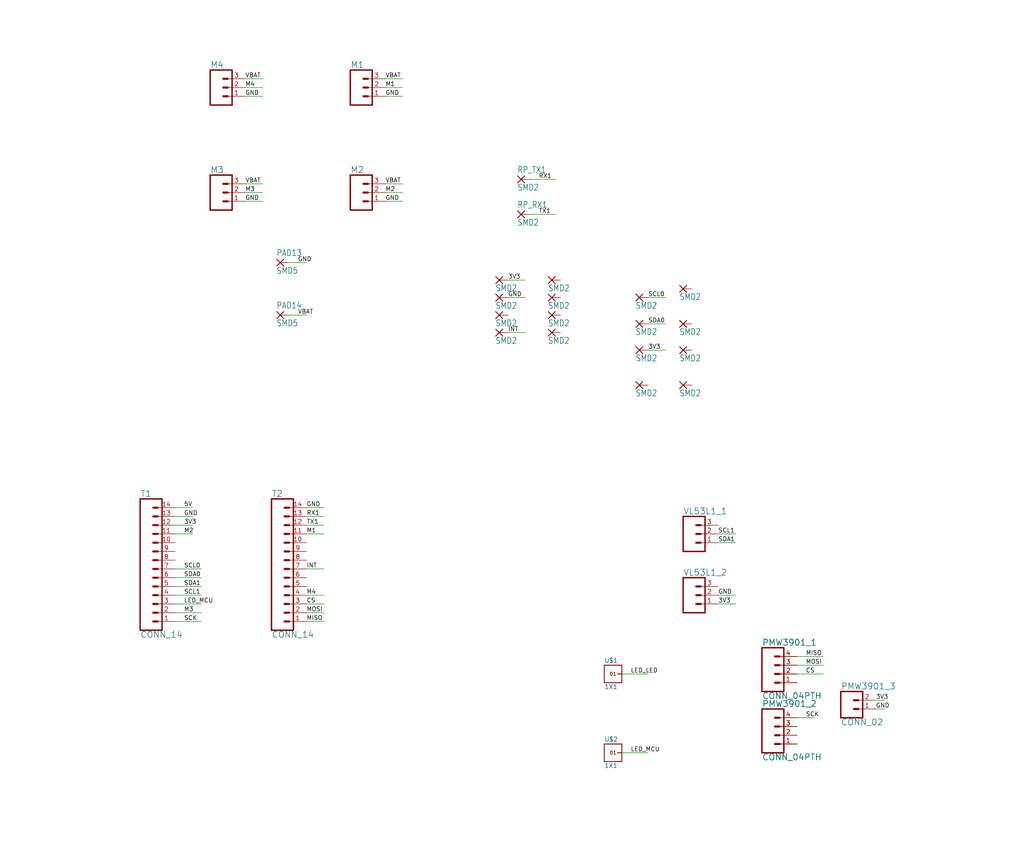
<source format=kicad_sch>
(kicad_sch (version 20250114) (generator "eeschema") (generator_version "9.0")
  (paper "User" 297.002 244.323)
  (lib_symbols
    (symbol "teensypi_v91-eagle-import:1X1"
      (property "Value" "1X1" (at -2.54 -4.445 0))
      (symbol "1X1_1_0"
        (polyline (pts (xy -2.54 2.54) (xy -2.54 -2.54)) (stroke (width 0.254)))
        (polyline (pts (xy -2.54 2.54) (xy 2.54 2.54)) (stroke (width 0.254)))
        (polyline (pts (xy -2.54 -2.54) (xy 2.54 -2.54)) (stroke (width 0.254)))
        (polyline (pts (xy 1.27 0) (xy 2.54 0)) (stroke (width 0.254)))
        (polyline (pts (xy 2.54 0) (xy 2.54 2.54)) (stroke (width 0.254)))
        (polyline (pts (xy 2.54 -2.54) (xy 2.54 0)) (stroke (width 0.254)))
        (text "01" (at 0 0 0) (effects (font (size 1.016 1.016))))
        (pin bidirectional line (at 2.54 0 180) (length 0) (name "1") (number "1"))
      )
    )
    (symbol "teensypi_v91-eagle-import:CONN_02"
      (property "Reference" "J" (at -2.54 5.588 0))
      (property "Value" "CONN_02" (at -2.54 -4.826 0))
      (symbol "CONN_02_1_0"
        (polyline (pts (xy -2.54 5.08) (xy -2.54 -2.54)) (stroke (width 0.4064)))
        (polyline (pts (xy -2.54 5.08) (xy 3.81 5.08)) (stroke (width 0.4064)))
        (polyline (pts (xy 1.27 2.54) (xy 2.54 2.54)) (stroke (width 0.6096)))
        (polyline (pts (xy 1.27 0) (xy 2.54 0)) (stroke (width 0.6096)))
        (polyline (pts (xy 3.81 -2.54) (xy -2.54 -2.54)) (stroke (width 0.4064)))
        (polyline (pts (xy 3.81 -2.54) (xy 3.81 5.08)) (stroke (width 0.4064)))
        (pin passive line (at 7.62 2.54 180) (length 5.08) (name "2") (number "2"))
        (pin passive line (at 7.62 0 180) (length 5.08) (name "1") (number "1"))
      )
    )
    (symbol "teensypi_v91-eagle-import:CONN_03"
      (property "Reference" "J" (at -2.54 5.588 0))
      (property "Value" "CONN_03" (at -2.54 -7.366 0))
      (symbol "CONN_03_1_0"
        (polyline (pts (xy -2.54 5.08) (xy -2.54 -5.08)) (stroke (width 0.4064)))
        (polyline (pts (xy -2.54 5.08) (xy 3.81 5.08)) (stroke (width 0.4064)))
        (polyline (pts (xy 1.27 2.54) (xy 2.54 2.54)) (stroke (width 0.6096)))
        (polyline (pts (xy 1.27 0) (xy 2.54 0)) (stroke (width 0.6096)))
        (polyline (pts (xy 1.27 -2.54) (xy 2.54 -2.54)) (stroke (width 0.6096)))
        (polyline (pts (xy 3.81 -5.08) (xy -2.54 -5.08)) (stroke (width 0.4064)))
        (polyline (pts (xy 3.81 -5.08) (xy 3.81 5.08)) (stroke (width 0.4064)))
        (pin passive line (at 7.62 2.54 180) (length 5.08) (name "3") (number "3"))
        (pin passive line (at 7.62 0 180) (length 5.08) (name "2") (number "2"))
        (pin passive line (at 7.62 -2.54 180) (length 5.08) (name "1") (number "1"))
      )
    )
    (symbol "teensypi_v91-eagle-import:CONN_04PTH"
      (property "Reference" "J" (at -5.08 8.128 0))
      (property "Value" "CONN_04PTH" (at -5.08 -7.366 0))
      (symbol "CONN_04PTH_1_0"
        (polyline (pts (xy -5.08 7.62) (xy -5.08 -5.08)) (stroke (width 0.4064)))
        (polyline (pts (xy -5.08 7.62) (xy 1.27 7.62)) (stroke (width 0.4064)))
        (polyline (pts (xy -1.27 5.08) (xy 0 5.08)) (stroke (width 0.6096)))
        (polyline (pts (xy -1.27 2.54) (xy 0 2.54)) (stroke (width 0.6096)))
        (polyline (pts (xy -1.27 0) (xy 0 0)) (stroke (width 0.6096)))
        (polyline (pts (xy -1.27 -2.54) (xy 0 -2.54)) (stroke (width 0.6096)))
        (polyline (pts (xy 1.27 -5.08) (xy -5.08 -5.08)) (stroke (width 0.4064)))
        (polyline (pts (xy 1.27 -5.08) (xy 1.27 7.62)) (stroke (width 0.4064)))
        (pin passive line (at 5.08 5.08 180) (length 5.08) (name "4") (number "4"))
        (pin passive line (at 5.08 2.54 180) (length 5.08) (name "3") (number "3"))
        (pin passive line (at 5.08 0 180) (length 5.08) (name "2") (number "2"))
        (pin passive line (at 5.08 -2.54 180) (length 5.08) (name "1") (number "1"))
      )
    )
    (symbol "teensypi_v91-eagle-import:CONN_14"
      (property "Reference" "J" (at 0 18.288 0))
      (property "Value" "CONN_14" (at 0 -22.606 0))
      (symbol "CONN_14_1_0"
        (polyline (pts (xy 0 17.78) (xy 0 -20.32)) (stroke (width 0.4064)))
        (polyline (pts (xy 0 17.78) (xy 6.35 17.78)) (stroke (width 0.4064)))
        (polyline (pts (xy 3.81 15.24) (xy 5.08 15.24)) (stroke (width 0.6096)))
        (polyline (pts (xy 3.81 12.7) (xy 5.08 12.7)) (stroke (width 0.6096)))
        (polyline (pts (xy 3.81 10.16) (xy 5.08 10.16)) (stroke (width 0.6096)))
        (polyline (pts (xy 3.81 7.62) (xy 5.08 7.62)) (stroke (width 0.6096)))
        (polyline (pts (xy 3.81 5.08) (xy 5.08 5.08)) (stroke (width 0.6096)))
        (polyline (pts (xy 3.81 2.54) (xy 5.08 2.54)) (stroke (width 0.6096)))
        (polyline (pts (xy 3.81 0) (xy 5.08 0)) (stroke (width 0.6096)))
        (polyline (pts (xy 3.81 -2.54) (xy 5.08 -2.54)) (stroke (width 0.6096)))
        (polyline (pts (xy 3.81 -5.08) (xy 5.08 -5.08)) (stroke (width 0.6096)))
        (polyline (pts (xy 3.81 -7.62) (xy 5.08 -7.62)) (stroke (width 0.6096)))
        (polyline (pts (xy 3.81 -10.16) (xy 5.08 -10.16)) (stroke (width 0.6096)))
        (polyline (pts (xy 3.81 -12.7) (xy 5.08 -12.7)) (stroke (width 0.6096)))
        (polyline (pts (xy 3.81 -15.24) (xy 5.08 -15.24)) (stroke (width 0.6096)))
        (polyline (pts (xy 3.81 -17.78) (xy 5.08 -17.78)) (stroke (width 0.6096)))
        (polyline (pts (xy 6.35 -20.32) (xy 0 -20.32)) (stroke (width 0.4064)))
        (polyline (pts (xy 6.35 -20.32) (xy 6.35 17.78)) (stroke (width 0.4064)))
        (pin passive line (at 10.16 15.24 180) (length 5.08) (name "14") (number "14"))
        (pin passive line (at 10.16 12.7 180) (length 5.08) (name "13") (number "13"))
        (pin passive line (at 10.16 10.16 180) (length 5.08) (name "12") (number "12"))
        (pin passive line (at 10.16 7.62 180) (length 5.08) (name "11") (number "11"))
        (pin passive line (at 10.16 5.08 180) (length 5.08) (name "10") (number "10"))
        (pin passive line (at 10.16 2.54 180) (length 5.08) (name "9") (number "9"))
        (pin passive line (at 10.16 0 180) (length 5.08) (name "8") (number "8"))
        (pin passive line (at 10.16 -2.54 180) (length 5.08) (name "7") (number "7"))
        (pin passive line (at 10.16 -5.08 180) (length 5.08) (name "6") (number "6"))
        (pin passive line (at 10.16 -7.62 180) (length 5.08) (name "5") (number "5"))
        (pin passive line (at 10.16 -10.16 180) (length 5.08) (name "4") (number "4"))
        (pin passive line (at 10.16 -12.7 180) (length 5.08) (name "3") (number "3"))
        (pin passive line (at 10.16 -15.24 180) (length 5.08) (name "2") (number "2"))
        (pin passive line (at 10.16 -17.78 180) (length 5.08) (name "1") (number "1"))
      )
    )
    (symbol "teensypi_v91-eagle-import:SMD2"
      (property "Reference" "PAD" (at -1.143 1.8542 0))
      (property "Value" "SMD2" (at -1.143 -3.302 0))
      (symbol "SMD2_1_0"
        (polyline (pts (xy -1.016 1.016) (xy 1.016 -1.016)) (stroke (width 0.254)))
        (polyline (pts (xy -1.016 -1.016) (xy 1.016 1.016)) (stroke (width 0.254)))
        (pin passive line (at 2.54 0 180) (length 2.54) (name "P") (number "1"))
      )
    )
    (symbol "teensypi_v91-eagle-import:SMD5"
      (property "Reference" "PAD" (at -1.143 1.8542 0))
      (property "Value" "SMD5" (at -1.143 -3.302 0))
      (symbol "SMD5_1_0"
        (polyline (pts (xy -1.016 1.016) (xy 1.016 -1.016)) (stroke (width 0.254)))
        (polyline (pts (xy -1.016 -1.016) (xy 1.016 1.016)) (stroke (width 0.254)))
        (pin passive line (at 2.54 0 180) (length 2.54) (name "P") (number "1"))
      )
    )
  )
  (wire (pts (xy 50.8 152.4) (xy 55.88 152.4)))
  (wire (pts (xy 88.9 180.34) (xy 93.98 180.34)))
  (wire (pts (xy 71.12 25.4) (xy 76.2 25.4)))
  (wire (pts (xy 50.8 165.1) (xy 58.42 165.1)))
  (wire (pts (xy 254 203.2) (xy 256.54 203.2)))
  (wire (pts (xy 50.8 172.72) (xy 58.42 172.72)))
  (wire (pts (xy 208.28 175.26) (xy 213.36 175.26)))
  (wire (pts (xy 111.76 25.4) (xy 116.84 25.4)))
  (wire (pts (xy 71.12 55.88) (xy 76.2 55.88)))
  (wire (pts (xy 147.32 81.28) (xy 152.4 81.28)))
  (wire (pts (xy 71.12 53.34) (xy 76.2 53.34)))
  (wire (pts (xy 71.12 27.94) (xy 76.2 27.94)))
  (wire (pts (xy 231.14 195.58) (xy 238.76 195.58)))
  (wire (pts (xy 187.96 86.36) (xy 193.04 86.36)))
  (wire (pts (xy 187.96 93.98) (xy 193.04 93.98)))
  (wire (pts (xy 88.9 152.4) (xy 93.98 152.4)))
  (wire (pts (xy 231.14 190.5) (xy 238.76 190.5)))
  (wire (pts (xy 254 205.74) (xy 256.54 205.74)))
  (wire (pts (xy 88.9 172.72) (xy 93.98 172.72)))
  (wire (pts (xy 83.82 76.2) (xy 88.9 76.2)))
  (wire (pts (xy 111.76 55.88) (xy 116.84 55.88)))
  (wire (pts (xy 208.28 172.72) (xy 213.36 172.72)))
  (wire (pts (xy 111.76 22.86) (xy 116.84 22.86)))
  (wire (pts (xy 50.8 154.94) (xy 55.88 154.94)))
  (wire (pts (xy 71.12 22.86) (xy 76.2 22.86)))
  (wire (pts (xy 180.34 218.44) (xy 187.96 218.44)))
  (wire (pts (xy 111.76 27.94) (xy 116.84 27.94)))
  (wire (pts (xy 50.8 175.26) (xy 58.42 175.26)))
  (wire (pts (xy 147.32 96.52) (xy 152.4 96.52)))
  (wire (pts (xy 111.76 58.42) (xy 116.84 58.42)))
  (wire (pts (xy 71.12 58.42) (xy 76.2 58.42)))
  (wire (pts (xy 50.8 177.8) (xy 58.42 177.8)))
  (wire (pts (xy 50.8 180.34) (xy 58.42 180.34)))
  (wire (pts (xy 50.8 149.86) (xy 55.88 149.86)))
  (wire (pts (xy 231.14 193.04) (xy 238.76 193.04)))
  (wire (pts (xy 83.82 91.44) (xy 88.9 91.44)))
  (wire (pts (xy 111.76 53.34) (xy 116.84 53.34)))
  (wire (pts (xy 50.8 147.32) (xy 55.88 147.32)))
  (wire (pts (xy 231.14 208.28) (xy 236.22 208.28)))
  (wire (pts (xy 88.9 165.1) (xy 93.98 165.1)))
  (wire (pts (xy 153.67 52.07) (xy 161.29 52.07)))
  (wire (pts (xy 88.9 177.8) (xy 93.98 177.8)))
  (wire (pts (xy 50.8 167.64) (xy 58.42 167.64)))
  (wire (pts (xy 88.9 154.94) (xy 93.98 154.94)))
  (wire (pts (xy 208.28 154.94) (xy 213.36 154.94)))
  (wire (pts (xy 187.96 101.6) (xy 193.04 101.6)))
  (wire (pts (xy 153.67 62.23) (xy 161.29 62.23)))
  (wire (pts (xy 88.9 175.26) (xy 93.98 175.26)))
  (wire (pts (xy 147.32 86.36) (xy 152.4 86.36)))
  (wire (pts (xy 88.9 149.86) (xy 93.98 149.86)))
  (wire (pts (xy 50.8 170.18) (xy 58.42 170.18)))
  (wire (pts (xy 88.9 147.32) (xy 93.98 147.32)))
  (wire (pts (xy 208.28 157.48) (xy 213.36 157.48)))
  (wire (pts (xy 180.34 195.58) (xy 187.96 195.58)))
  (label "SCL0" (at 53.34 165.1 0) (effects (font (size 1.2446 1.2446))))
  (label "MOSI" (at 88.9 177.8 0) (effects (font (size 1.2446 1.2446))))
  (label "GND" (at 111.76 58.42 0) (effects (font (size 1.2446 1.2446))))
  (label "3V3" (at 187.96 101.6 0) (effects (font (size 1.2446 1.2446))))
  (label "MISO" (at 233.68 190.5 0) (effects (font (size 1.2446 1.2446))))
  (label "GND" (at 254 205.74 0) (effects (font (size 1.2446 1.2446))))
  (label "LED_LED" (at 182.88 195.58 0) (effects (font (size 1.2446 1.2446))))
  (label "M1" (at 111.76 25.4 0) (effects (font (size 1.2446 1.2446))))
  (label "SDA1" (at 53.34 170.18 0) (effects (font (size 1.2446 1.2446))))
  (label "3V3" (at 208.28 175.26 0) (effects (font (size 1.2446 1.2446))))
  (label "LED_MCU" (at 53.34 175.26 0) (effects (font (size 1.2446 1.2446))))
  (label "GND" (at 86.36 76.2 0) (effects (font (size 1.2446 1.2446))))
  (label "VBAT" (at 86.36 91.44 0) (effects (font (size 1.2446 1.2446))))
  (label "GND" (at 53.34 149.86 0) (effects (font (size 1.2446 1.2446))))
  (label "LED_MCU" (at 182.88 218.44 0) (effects (font (size 1.2446 1.2446))))
  (label "M2" (at 53.34 154.94 0) (effects (font (size 1.2446 1.2446))))
  (label "VBAT" (at 71.12 53.34 0) (effects (font (size 1.2446 1.2446))))
  (label "SDA0" (at 187.96 93.98 0) (effects (font (size 1.2446 1.2446))))
  (label "3V3" (at 147.32 81.28 0) (effects (font (size 1.2446 1.2446))))
  (label "TX1" (at 156.21 62.23 0) (effects (font (size 1.2446 1.2446))))
  (label "CS" (at 233.68 195.58 0) (effects (font (size 1.2446 1.2446))))
  (label "M3" (at 71.12 55.88 0) (effects (font (size 1.2446 1.2446))))
  (label "RX1" (at 156.21 52.07 0) (effects (font (size 1.2446 1.2446))))
  (label "M4" (at 71.12 25.4 0) (effects (font (size 1.2446 1.2446))))
  (label "SCK" (at 233.68 208.28 0) (effects (font (size 1.2446 1.2446))))
  (label "GND" (at 147.32 86.36 0) (effects (font (size 1.2446 1.2446))))
  (label "INT" (at 147.32 96.52 0) (effects (font (size 1.2446 1.2446))))
  (label "SCK" (at 53.34 180.34 0) (effects (font (size 1.2446 1.2446))))
  (label "GND" (at 71.12 27.94 0) (effects (font (size 1.2446 1.2446))))
  (label "CS" (at 88.9 175.26 0) (effects (font (size 1.2446 1.2446))))
  (label "M2" (at 111.76 55.88 0) (effects (font (size 1.2446 1.2446))))
  (label "5V" (at 53.34 147.32 0) (effects (font (size 1.2446 1.2446))))
  (label "SDA1" (at 208.28 157.48 0) (effects (font (size 1.2446 1.2446))))
  (label "RX1" (at 88.9 149.86 0) (effects (font (size 1.2446 1.2446))))
  (label "VBAT" (at 111.76 53.34 0) (effects (font (size 1.2446 1.2446))))
  (label "GND" (at 71.12 58.42 0) (effects (font (size 1.2446 1.2446))))
  (label "SCL1" (at 208.28 154.94 0) (effects (font (size 1.2446 1.2446))))
  (label "SCL1" (at 53.34 172.72 0) (effects (font (size 1.2446 1.2446))))
  (label "SDA0" (at 53.34 167.64 0) (effects (font (size 1.2446 1.2446))))
  (label "MISO" (at 88.9 180.34 0) (effects (font (size 1.2446 1.2446))))
  (label "GND" (at 208.28 172.72 0) (effects (font (size 1.2446 1.2446))))
  (label "VBAT" (at 71.12 22.86 0) (effects (font (size 1.2446 1.2446))))
  (label "VBAT" (at 111.76 22.86 0) (effects (font (size 1.2446 1.2446))))
  (label "M1" (at 88.9 154.94 0) (effects (font (size 1.2446 1.2446))))
  (label "INT" (at 88.9 165.1 0) (effects (font (size 1.2446 1.2446))))
  (label "MOSI" (at 233.68 193.04 0) (effects (font (size 1.2446 1.2446))))
  (label "GND" (at 111.76 27.94 0) (effects (font (size 1.2446 1.2446))))
  (label "SCL0" (at 187.96 86.36 0) (effects (font (size 1.2446 1.2446))))
  (label "GND" (at 88.9 147.32 0) (effects (font (size 1.2446 1.2446))))
  (label "3V3" (at 254 203.2 0) (effects (font (size 1.2446 1.2446))))
  (label "M3" (at 53.34 177.8 0) (effects (font (size 1.2446 1.2446))))
  (label "TX1" (at 88.9 152.4 0) (effects (font (size 1.2446 1.2446))))
  (label "M4" (at 88.9 172.72 0) (effects (font (size 1.2446 1.2446))))
  (label "3V3" (at 53.34 152.4 0) (effects (font (size 1.2446 1.2446))))
  (symbol (lib_id "teensypi_v91-eagle-import:SMD2") (at 144.78 96.52 0) (unit 1)
    (property "Reference" "PAD8" (effects (hide yes)))
    (property "Value" "SMD2" (at 143.637 99.822 0) (effects (font (size 1.778 1.5113)) (justify left bottom)))
    (property "Footprint" "teensypi_v91:SMD1,27-2,54" (effects (hide yes)))
  )
  (symbol (lib_id "teensypi_v91-eagle-import:CONN_03") (at 104.14 25.4 0) (unit 1)
    (property "Reference" "M1" (at 101.6 19.812 0) (effects (font (size 1.778 1.778)) (justify left bottom)))
    (property "Value" "455-1750-1-ND" (effects (hide yes)))
    (property "Footprint" "teensypi_v91:1X03" (effects (hide yes)))
  )
  (symbol (lib_id "teensypi_v91-eagle-import:SMD2") (at 160.02 81.28 0) (unit 1)
    (property "Reference" "PAD12" (effects (hide yes)))
    (property "Value" "SMD2" (at 158.877 84.582 0) (effects (font (size 1.778 1.5113)) (justify left bottom)))
    (property "Footprint" "teensypi_v91:SMD1,27-2,54" (effects (hide yes)))
  )
  (symbol (lib_id "teensypi_v91-eagle-import:SMD2") (at 185.42 111.76 0) (unit 1)
    (property "Reference" "PAD17" (effects (hide yes)))
    (property "Value" "SMD2" (at 184.277 115.062 0) (effects (font (size 1.778 1.5113)) (justify left bottom)))
    (property "Footprint" "teensypi_v91:SMD1,27-2,54" (effects (hide yes)))
  )
  (symbol (lib_id "teensypi_v91-eagle-import:SMD2") (at 185.42 86.36 0) (unit 1)
    (property "Reference" "PAD10" (effects (hide yes)))
    (property "Value" "SMD2" (at 184.277 89.662 0) (effects (font (size 1.778 1.5113)) (justify left bottom)))
    (property "Footprint" "teensypi_v91:SMD1,27-2,54" (effects (hide yes)))
  )
  (symbol (lib_id "teensypi_v91-eagle-import:SMD2") (at 151.13 62.23 0) (unit 1)
    (property "Reference" "RP_RX1" (at 149.987 60.3758 0) (effects (font (size 1.778 1.5113)) (justify left bottom)))
    (property "Value" "SMD2" (at 149.987 65.532 0) (effects (font (size 1.778 1.5113)) (justify left bottom)))
    (property "Footprint" "teensypi_v91:SMD1,27-2,54" (effects (hide yes)))
  )
  (symbol (lib_id "teensypi_v91-eagle-import:CONN_03") (at 63.5 25.4 0) (unit 1)
    (property "Reference" "M4" (at 60.96 19.812 0) (effects (font (size 1.778 1.778)) (justify left bottom)))
    (property "Value" "455-1750-1-ND" (effects (hide yes)))
    (property "Footprint" "teensypi_v91:1X03" (effects (hide yes)))
  )
  (symbol (lib_id "teensypi_v91-eagle-import:SMD2") (at 198.12 101.6 0) (unit 1)
    (property "Reference" "PAD21" (effects (hide yes)))
    (property "Value" "SMD2" (at 196.977 104.902 0) (effects (font (size 1.778 1.5113)) (justify left bottom)))
    (property "Footprint" "teensypi_v91:SMD1,27-2,54" (effects (hide yes)))
  )
  (symbol (lib_id "teensypi_v91-eagle-import:SMD2") (at 198.12 111.76 0) (unit 1)
    (property "Reference" "PAD22" (effects (hide yes)))
    (property "Value" "SMD2" (at 196.977 115.062 0) (effects (font (size 1.778 1.5113)) (justify left bottom)))
    (property "Footprint" "teensypi_v91:SMD1,27-2,54" (effects (hide yes)))
  )
  (symbol (lib_id "teensypi_v91-eagle-import:CONN_02") (at 246.38 205.74 0) (unit 1)
    (property "Reference" "PMW3901_3" (at 243.84 200.152 0) (effects (font (size 1.778 1.778)) (justify left bottom)))
    (property "Value" "CONN_02" (at 243.84 210.566 0) (effects (font (size 1.778 1.778)) (justify left bottom)))
    (property "Footprint" "teensypi_v91:1X02" (effects (hide yes)))
  )
  (symbol (lib_id "teensypi_v91-eagle-import:CONN_14") (at 78.74 162.56 0) (unit 1)
    (property "Reference" "T2" (at 78.74 144.272 0) (effects (font (size 1.778 1.778)) (justify left bottom)))
    (property "Value" "CONN_14" (at 78.74 185.166 0) (effects (font (size 1.778 1.778)) (justify left bottom)))
    (property "Footprint" "teensypi_v91:1X14" (effects (hide yes)))
  )
  (symbol (lib_id "teensypi_v91-eagle-import:CONN_04PTH") (at 226.06 195.58 0) (unit 1)
    (property "Reference" "PMW3901_1" (at 220.98 187.452 0) (effects (font (size 1.778 1.778)) (justify left bottom)))
    (property "Value" "CONN_04PTH" (at 220.98 202.946 0) (effects (font (size 1.778 1.778)) (justify left bottom)))
    (property "Footprint" "teensypi_v91:1X04" (effects (hide yes)))
  )
  (symbol (lib_id "teensypi_v91-eagle-import:CONN_03") (at 200.66 154.94 0) (unit 1)
    (property "Reference" "VL53L1_1" (at 198.12 149.352 0) (effects (font (size 1.778 1.778)) (justify left bottom)))
    (property "Value" "455-1750-1-ND" (effects (hide yes)))
    (property "Footprint" "teensypi_v91:1X03" (effects (hide yes)))
  )
  (symbol (lib_id "teensypi_v91-eagle-import:SMD2") (at 160.02 91.44 0) (unit 1)
    (property "Reference" "PAD16" (effects (hide yes)))
    (property "Value" "SMD2" (at 158.877 94.742 0) (effects (font (size 1.778 1.5113)) (justify left bottom)))
    (property "Footprint" "teensypi_v91:SMD1,27-2,54" (effects (hide yes)))
  )
  (symbol (lib_id "teensypi_v91-eagle-import:SMD2") (at 185.42 93.98 0) (unit 1)
    (property "Reference" "PAD11" (effects (hide yes)))
    (property "Value" "SMD2" (at 184.277 97.282 0) (effects (font (size 1.778 1.5113)) (justify left bottom)))
    (property "Footprint" "teensypi_v91:SMD1,27-2,54" (effects (hide yes)))
  )
  (symbol (lib_id "teensypi_v91-eagle-import:1X1") (at 177.8 195.58 0) (unit 1)
    (property "Reference" "U$1" (at 175.26 192.405 0) (effects (justify left bottom)))
    (property "Value" "1X1" (at 175.26 200.025 0) (effects (justify left bottom)))
    (property "Footprint" "teensypi_v91:1X1" (effects (hide yes)))
  )
  (symbol (lib_id "teensypi_v91-eagle-import:CONN_04PTH") (at 226.06 213.36 0) (unit 1)
    (property "Reference" "PMW3901_2" (at 220.98 205.232 0) (effects (font (size 1.778 1.778)) (justify left bottom)))
    (property "Value" "CONN_04PTH" (at 220.98 220.726 0) (effects (font (size 1.778 1.778)) (justify left bottom)))
    (property "Footprint" "teensypi_v91:1X04" (effects (hide yes)))
  )
  (symbol (lib_id "teensypi_v91-eagle-import:SMD5") (at 81.28 91.44 0) (unit 1)
    (property "Reference" "PAD14" (at 80.137 89.5858 0) (effects (font (size 1.778 1.5113)) (justify left bottom)))
    (property "Value" "SMD5" (at 80.137 94.742 0) (effects (font (size 1.778 1.5113)) (justify left bottom)))
    (property "Footprint" "teensypi_v91:SMD2,54-5,08" (effects (hide yes)))
  )
  (symbol (lib_id "teensypi_v91-eagle-import:SMD5") (at 81.28 76.2 0) (unit 1)
    (property "Reference" "PAD13" (at 80.137 74.3458 0) (effects (font (size 1.778 1.5113)) (justify left bottom)))
    (property "Value" "SMD5" (at 80.137 79.502 0) (effects (font (size 1.778 1.5113)) (justify left bottom)))
    (property "Footprint" "teensypi_v91:SMD2,54-5,08" (effects (hide yes)))
  )
  (symbol (lib_id "teensypi_v91-eagle-import:SMD2") (at 160.02 86.36 0) (unit 1)
    (property "Reference" "PAD9" (effects (hide yes)))
    (property "Value" "SMD2" (at 158.877 89.662 0) (effects (font (size 1.778 1.5113)) (justify left bottom)))
    (property "Footprint" "teensypi_v91:SMD1,27-2,54" (effects (hide yes)))
  )
  (symbol (lib_id "teensypi_v91-eagle-import:CONN_03") (at 63.5 55.88 0) (unit 1)
    (property "Reference" "M3" (at 60.96 50.292 0) (effects (font (size 1.778 1.778)) (justify left bottom)))
    (property "Value" "455-1750-1-ND" (effects (hide yes)))
    (property "Footprint" "teensypi_v91:1X03" (effects (hide yes)))
  )
  (symbol (lib_id "teensypi_v91-eagle-import:SMD2") (at 144.78 91.44 0) (unit 1)
    (property "Reference" "PAD7" (effects (hide yes)))
    (property "Value" "SMD2" (at 143.637 94.742 0) (effects (font (size 1.778 1.5113)) (justify left bottom)))
    (property "Footprint" "teensypi_v91:SMD1,27-2,54" (effects (hide yes)))
  )
  (symbol (lib_id "teensypi_v91-eagle-import:CONN_03") (at 200.66 172.72 0) (unit 1)
    (property "Reference" "VL53L1_2" (at 198.12 167.132 0) (effects (font (size 1.778 1.778)) (justify left bottom)))
    (property "Value" "455-1750-1-ND" (effects (hide yes)))
    (property "Footprint" "teensypi_v91:1X03" (effects (hide yes)))
  )
  (symbol (lib_id "teensypi_v91-eagle-import:1X1") (at 177.8 218.44 0) (unit 1)
    (property "Reference" "U$2" (at 175.26 215.265 0) (effects (justify left bottom)))
    (property "Value" "1X1" (at 175.26 222.885 0) (effects (justify left bottom)))
    (property "Footprint" "teensypi_v91:1X1" (effects (hide yes)))
  )
  (symbol (lib_id "teensypi_v91-eagle-import:SMD2") (at 151.13 52.07 0) (unit 1)
    (property "Reference" "RP_TX1" (at 149.987 50.2158 0) (effects (font (size 1.778 1.5113)) (justify left bottom)))
    (property "Value" "SMD2" (at 149.987 55.372 0) (effects (font (size 1.778 1.5113)) (justify left bottom)))
    (property "Footprint" "teensypi_v91:SMD1,27-2,54" (effects (hide yes)))
  )
  (symbol (lib_id "teensypi_v91-eagle-import:SMD2") (at 144.78 86.36 0) (unit 1)
    (property "Reference" "PAD5" (effects (hide yes)))
    (property "Value" "SMD2" (at 143.637 89.662 0) (effects (font (size 1.778 1.5113)) (justify left bottom)))
    (property "Footprint" "teensypi_v91:SMD1,27-2,54" (effects (hide yes)))
  )
  (symbol (lib_id "teensypi_v91-eagle-import:CONN_14") (at 40.64 162.56 0) (unit 1)
    (property "Reference" "T1" (at 40.64 144.272 0) (effects (font (size 1.778 1.778)) (justify left bottom)))
    (property "Value" "CONN_14" (at 40.64 185.166 0) (effects (font (size 1.778 1.778)) (justify left bottom)))
    (property "Footprint" "teensypi_v91:1X14" (effects (hide yes)))
  )
  (symbol (lib_id "teensypi_v91-eagle-import:SMD2") (at 185.42 101.6 0) (unit 1)
    (property "Reference" "PAD15" (effects (hide yes)))
    (property "Value" "SMD2" (at 184.277 104.902 0) (effects (font (size 1.778 1.5113)) (justify left bottom)))
    (property "Footprint" "teensypi_v91:SMD1,27-2,54" (effects (hide yes)))
  )
  (symbol (lib_id "teensypi_v91-eagle-import:CONN_03") (at 104.14 55.88 0) (unit 1)
    (property "Reference" "M2" (at 101.6 50.292 0) (effects (font (size 1.778 1.778)) (justify left bottom)))
    (property "Value" "455-1750-1-ND" (effects (hide yes)))
    (property "Footprint" "teensypi_v91:1X03" (effects (hide yes)))
  )
  (symbol (lib_id "teensypi_v91-eagle-import:SMD2") (at 198.12 83.82 0) (unit 1)
    (property "Reference" "PAD19" (effects (hide yes)))
    (property "Value" "SMD2" (at 196.977 87.122 0) (effects (font (size 1.778 1.5113)) (justify left bottom)))
    (property "Footprint" "teensypi_v91:SMD1,27-2,54" (effects (hide yes)))
  )
  (symbol (lib_id "teensypi_v91-eagle-import:SMD2") (at 144.78 81.28 0) (unit 1)
    (property "Reference" "BMI_1" (effects (hide yes)))
    (property "Value" "SMD2" (at 143.637 84.582 0) (effects (font (size 1.778 1.5113)) (justify left bottom)))
    (property "Footprint" "teensypi_v91:SMD1,27-2,54" (effects (hide yes)))
  )
  (symbol (lib_id "teensypi_v91-eagle-import:SMD2") (at 160.02 96.52 0) (unit 1)
    (property "Reference" "PAD18" (effects (hide yes)))
    (property "Value" "SMD2" (at 158.877 99.822 0) (effects (font (size 1.778 1.5113)) (justify left bottom)))
    (property "Footprint" "teensypi_v91:SMD1,27-2,54" (effects (hide yes)))
  )
  (symbol (lib_id "teensypi_v91-eagle-import:SMD2") (at 198.12 93.98 0) (unit 1)
    (property "Reference" "PAD20" (effects (hide yes)))
    (property "Value" "SMD2" (at 196.977 97.282 0) (effects (font (size 1.778 1.5113)) (justify left bottom)))
    (property "Footprint" "teensypi_v91:SMD1,27-2,54" (effects (hide yes)))
  )
)
</source>
